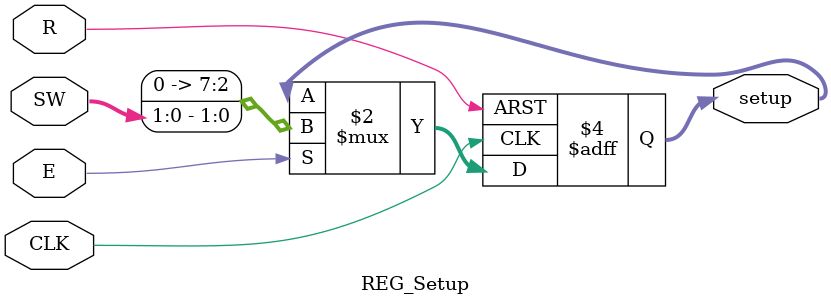
<source format=v>
module REG_Setup (
    input wire CLK,       // Sinal de clock
    input wire R,         // Sinal de reset
    input wire E,         // Sinal de habilitação
    input wire [7:0] SW,  // Entrada dos switches (8 bits)
    output reg [7:0] setup // Saída do registrador de 2 bits
);

    always @(posedge CLK or posedge R) begin
        if (R) begin
            // Reinicia o registrador para zero quando R está ativo
            setup <= 2'b00;
        end else if (E) begin
            // Armazena o valor dos switches em setup quando E está ativo
            setup <= SW[1:0];
        end
        // Caso contrário, mantém o valor atual de setup
    end

endmodule

</source>
